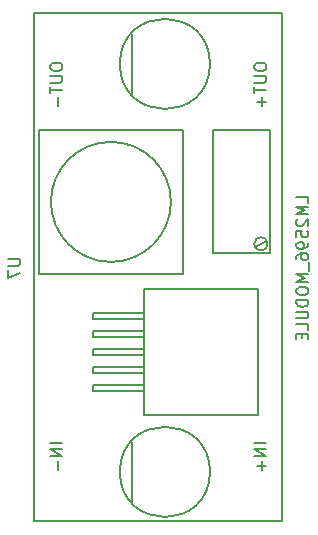
<source format=gbo>
G04 #@! TF.GenerationSoftware,KiCad,Pcbnew,5.0.2-5.fc29*
G04 #@! TF.CreationDate,2019-08-22T23:49:55+02:00*
G04 #@! TF.ProjectId,backplane,6261636b-706c-4616-9e65-2e6b69636164,v2.1-1*
G04 #@! TF.SameCoordinates,Original*
G04 #@! TF.FileFunction,Legend,Bot*
G04 #@! TF.FilePolarity,Positive*
%FSLAX46Y46*%
G04 Gerber Fmt 4.6, Leading zero omitted, Abs format (unit mm)*
G04 Created by KiCad (PCBNEW 5.0.2-5.fc29) date Thu 22 Aug 2019 11:49:55 PM CEST*
%MOMM*%
%LPD*%
G01*
G04 APERTURE LIST*
%ADD10C,0.150000*%
G04 APERTURE END LIST*
D10*
G04 #@! TO.C,U7*
X148971000Y-111633000D02*
X148971000Y-68633000D01*
X148971000Y-68633000D02*
X169971000Y-68633000D01*
X169971000Y-111633000D02*
X169971000Y-68633000D01*
X148971000Y-111633000D02*
X169971000Y-111633000D01*
X163838457Y-72906457D02*
G75*
G03X163838457Y-72906457I-3818457J0D01*
G01*
X149352000Y-90678000D02*
X161544000Y-90678000D01*
X161544000Y-90678000D02*
X161544000Y-78486000D01*
X161544000Y-78486000D02*
X149352000Y-78486000D01*
X149352000Y-78486000D02*
X149352000Y-90678000D01*
X163838457Y-107442000D02*
G75*
G03X163838457Y-107442000I-3818457J0D01*
G01*
X168910000Y-88900000D02*
X168910000Y-78486000D01*
X168910000Y-78486000D02*
X164084000Y-78486000D01*
X164084000Y-78486000D02*
X164084000Y-88900000D01*
X164084000Y-88900000D02*
X168910000Y-88900000D01*
X157226000Y-75438000D02*
X157226000Y-70358000D01*
X157226000Y-109982000D02*
X157226000Y-104902000D01*
X160528000Y-84582000D02*
G75*
G03X160528000Y-84582000I-5080000J0D01*
G01*
X168715961Y-88138000D02*
G75*
G03X168715961Y-88138000I-567961J0D01*
G01*
X167640000Y-88392000D02*
X168656000Y-87884000D01*
X167894000Y-102616000D02*
X167894000Y-91948000D01*
X167894000Y-91948000D02*
X158242000Y-91948000D01*
X158242000Y-91948000D02*
X158242000Y-102616000D01*
X158242000Y-102616000D02*
X167894000Y-102616000D01*
X158242000Y-100584000D02*
X153924000Y-100584000D01*
X153924000Y-100584000D02*
X153924000Y-100076000D01*
X153924000Y-100076000D02*
X158242000Y-100076000D01*
X158242000Y-94488000D02*
X153924000Y-94488000D01*
X153924000Y-94488000D02*
X153924000Y-93980000D01*
X153924000Y-93980000D02*
X158242000Y-93980000D01*
X153924000Y-97028000D02*
X158242000Y-97028000D01*
X153924000Y-97536000D02*
X153924000Y-97028000D01*
X158242000Y-97536000D02*
X153924000Y-97536000D01*
X153924000Y-99060000D02*
X153924000Y-98552000D01*
X153924000Y-98552000D02*
X158242000Y-98552000D01*
X158242000Y-99060000D02*
X153924000Y-99060000D01*
X153924000Y-96012000D02*
X153924000Y-95504000D01*
X158242000Y-96012000D02*
X153924000Y-96012000D01*
X153924000Y-95504000D02*
X158242000Y-95504000D01*
X146772380Y-89408095D02*
X147581904Y-89408095D01*
X147677142Y-89455714D01*
X147724761Y-89503333D01*
X147772380Y-89598571D01*
X147772380Y-89789047D01*
X147724761Y-89884285D01*
X147677142Y-89931904D01*
X147581904Y-89979523D01*
X146772380Y-89979523D01*
X146772380Y-90360476D02*
X146772380Y-91027142D01*
X147772380Y-90598571D01*
X172156380Y-84646190D02*
X172156380Y-84170000D01*
X171156380Y-84170000D01*
X172156380Y-84979523D02*
X171156380Y-84979523D01*
X171870666Y-85312857D01*
X171156380Y-85646190D01*
X172156380Y-85646190D01*
X171251619Y-86074761D02*
X171204000Y-86122380D01*
X171156380Y-86217619D01*
X171156380Y-86455714D01*
X171204000Y-86550952D01*
X171251619Y-86598571D01*
X171346857Y-86646190D01*
X171442095Y-86646190D01*
X171584952Y-86598571D01*
X172156380Y-86027142D01*
X172156380Y-86646190D01*
X171156380Y-87550952D02*
X171156380Y-87074761D01*
X171632571Y-87027142D01*
X171584952Y-87074761D01*
X171537333Y-87170000D01*
X171537333Y-87408095D01*
X171584952Y-87503333D01*
X171632571Y-87550952D01*
X171727809Y-87598571D01*
X171965904Y-87598571D01*
X172061142Y-87550952D01*
X172108761Y-87503333D01*
X172156380Y-87408095D01*
X172156380Y-87170000D01*
X172108761Y-87074761D01*
X172061142Y-87027142D01*
X172156380Y-88074761D02*
X172156380Y-88265238D01*
X172108761Y-88360476D01*
X172061142Y-88408095D01*
X171918285Y-88503333D01*
X171727809Y-88550952D01*
X171346857Y-88550952D01*
X171251619Y-88503333D01*
X171204000Y-88455714D01*
X171156380Y-88360476D01*
X171156380Y-88170000D01*
X171204000Y-88074761D01*
X171251619Y-88027142D01*
X171346857Y-87979523D01*
X171584952Y-87979523D01*
X171680190Y-88027142D01*
X171727809Y-88074761D01*
X171775428Y-88170000D01*
X171775428Y-88360476D01*
X171727809Y-88455714D01*
X171680190Y-88503333D01*
X171584952Y-88550952D01*
X171156380Y-89408095D02*
X171156380Y-89217619D01*
X171204000Y-89122380D01*
X171251619Y-89074761D01*
X171394476Y-88979523D01*
X171584952Y-88931904D01*
X171965904Y-88931904D01*
X172061142Y-88979523D01*
X172108761Y-89027142D01*
X172156380Y-89122380D01*
X172156380Y-89312857D01*
X172108761Y-89408095D01*
X172061142Y-89455714D01*
X171965904Y-89503333D01*
X171727809Y-89503333D01*
X171632571Y-89455714D01*
X171584952Y-89408095D01*
X171537333Y-89312857D01*
X171537333Y-89122380D01*
X171584952Y-89027142D01*
X171632571Y-88979523D01*
X171727809Y-88931904D01*
X172251619Y-89693809D02*
X172251619Y-90455714D01*
X172156380Y-90693809D02*
X171156380Y-90693809D01*
X171870666Y-91027142D01*
X171156380Y-91360476D01*
X172156380Y-91360476D01*
X171156380Y-92027142D02*
X171156380Y-92217619D01*
X171204000Y-92312857D01*
X171299238Y-92408095D01*
X171489714Y-92455714D01*
X171823047Y-92455714D01*
X172013523Y-92408095D01*
X172108761Y-92312857D01*
X172156380Y-92217619D01*
X172156380Y-92027142D01*
X172108761Y-91931904D01*
X172013523Y-91836666D01*
X171823047Y-91789047D01*
X171489714Y-91789047D01*
X171299238Y-91836666D01*
X171204000Y-91931904D01*
X171156380Y-92027142D01*
X172156380Y-92884285D02*
X171156380Y-92884285D01*
X171156380Y-93122380D01*
X171204000Y-93265238D01*
X171299238Y-93360476D01*
X171394476Y-93408095D01*
X171584952Y-93455714D01*
X171727809Y-93455714D01*
X171918285Y-93408095D01*
X172013523Y-93360476D01*
X172108761Y-93265238D01*
X172156380Y-93122380D01*
X172156380Y-92884285D01*
X171156380Y-93884285D02*
X171965904Y-93884285D01*
X172061142Y-93931904D01*
X172108761Y-93979523D01*
X172156380Y-94074761D01*
X172156380Y-94265238D01*
X172108761Y-94360476D01*
X172061142Y-94408095D01*
X171965904Y-94455714D01*
X171156380Y-94455714D01*
X172156380Y-95408095D02*
X172156380Y-94931904D01*
X171156380Y-94931904D01*
X171632571Y-95741428D02*
X171632571Y-96074761D01*
X172156380Y-96217619D02*
X172156380Y-95741428D01*
X171156380Y-95741428D01*
X171156380Y-96217619D01*
X168600380Y-105029142D02*
X167600380Y-105029142D01*
X168600380Y-105505333D02*
X167600380Y-105505333D01*
X168600380Y-106076761D01*
X167600380Y-106076761D01*
X168219428Y-106552952D02*
X168219428Y-107314857D01*
X168600380Y-106933904D02*
X167838476Y-106933904D01*
X151328380Y-105029142D02*
X150328380Y-105029142D01*
X151328380Y-105505333D02*
X150328380Y-105505333D01*
X151328380Y-106076761D01*
X150328380Y-106076761D01*
X150947428Y-106552952D02*
X150947428Y-107314857D01*
X167600380Y-73056952D02*
X167600380Y-73247428D01*
X167648000Y-73342666D01*
X167743238Y-73437904D01*
X167933714Y-73485523D01*
X168267047Y-73485523D01*
X168457523Y-73437904D01*
X168552761Y-73342666D01*
X168600380Y-73247428D01*
X168600380Y-73056952D01*
X168552761Y-72961714D01*
X168457523Y-72866476D01*
X168267047Y-72818857D01*
X167933714Y-72818857D01*
X167743238Y-72866476D01*
X167648000Y-72961714D01*
X167600380Y-73056952D01*
X167600380Y-73914095D02*
X168409904Y-73914095D01*
X168505142Y-73961714D01*
X168552761Y-74009333D01*
X168600380Y-74104571D01*
X168600380Y-74295047D01*
X168552761Y-74390285D01*
X168505142Y-74437904D01*
X168409904Y-74485523D01*
X167600380Y-74485523D01*
X167600380Y-74818857D02*
X167600380Y-75390285D01*
X168600380Y-75104571D02*
X167600380Y-75104571D01*
X168219428Y-75723619D02*
X168219428Y-76485523D01*
X168600380Y-76104571D02*
X167838476Y-76104571D01*
X150328380Y-73056952D02*
X150328380Y-73247428D01*
X150376000Y-73342666D01*
X150471238Y-73437904D01*
X150661714Y-73485523D01*
X150995047Y-73485523D01*
X151185523Y-73437904D01*
X151280761Y-73342666D01*
X151328380Y-73247428D01*
X151328380Y-73056952D01*
X151280761Y-72961714D01*
X151185523Y-72866476D01*
X150995047Y-72818857D01*
X150661714Y-72818857D01*
X150471238Y-72866476D01*
X150376000Y-72961714D01*
X150328380Y-73056952D01*
X150328380Y-73914095D02*
X151137904Y-73914095D01*
X151233142Y-73961714D01*
X151280761Y-74009333D01*
X151328380Y-74104571D01*
X151328380Y-74295047D01*
X151280761Y-74390285D01*
X151233142Y-74437904D01*
X151137904Y-74485523D01*
X150328380Y-74485523D01*
X150328380Y-74818857D02*
X150328380Y-75390285D01*
X151328380Y-75104571D02*
X150328380Y-75104571D01*
X150947428Y-75723619D02*
X150947428Y-76485523D01*
G04 #@! TD*
M02*

</source>
